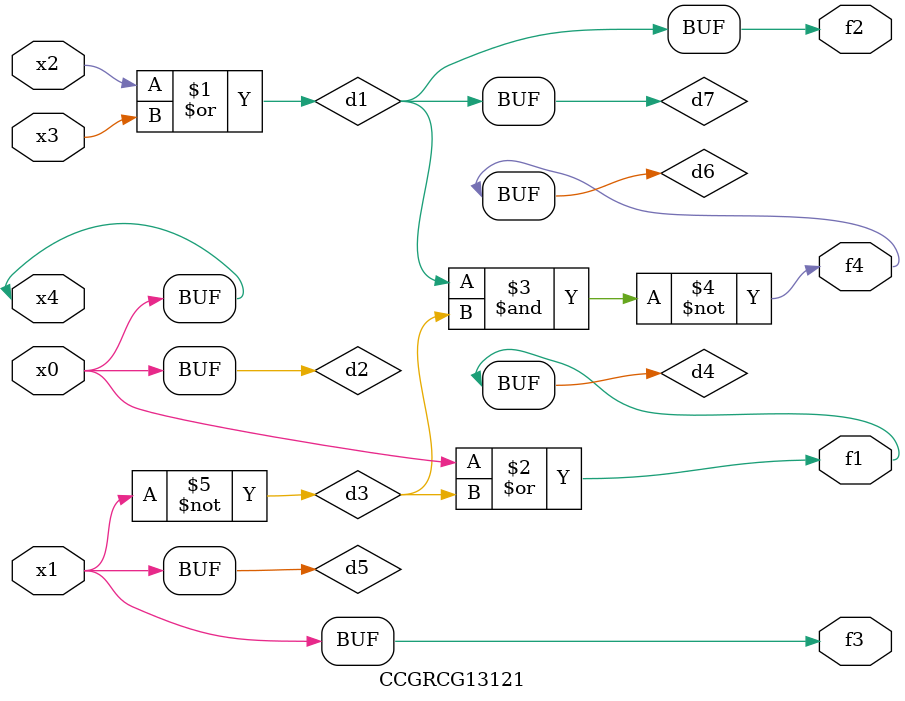
<source format=v>
module CCGRCG13121(
	input x0, x1, x2, x3, x4,
	output f1, f2, f3, f4
);

	wire d1, d2, d3, d4, d5, d6, d7;

	or (d1, x2, x3);
	buf (d2, x0, x4);
	not (d3, x1);
	or (d4, d2, d3);
	not (d5, d3);
	nand (d6, d1, d3);
	or (d7, d1);
	assign f1 = d4;
	assign f2 = d7;
	assign f3 = d5;
	assign f4 = d6;
endmodule

</source>
